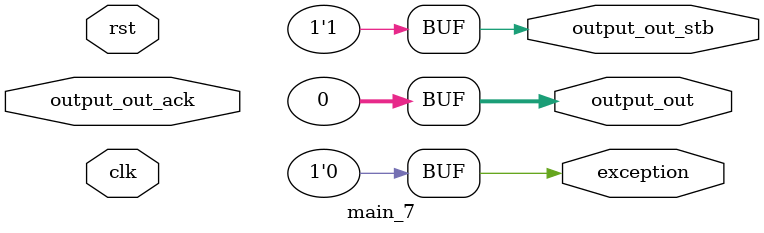
<source format=v>
module main_7 (output_out_ack,clk,rst,output_out,output_out_stb,exception);
  input output_out_ack;
  input clk;
  input rst;
  output [31:0] output_out;
  output output_out_stb;
  output exception;

  assign output_out = 0;
  assign output_out_stb = 1;
  assign exception = 0;
endmodule
</source>
